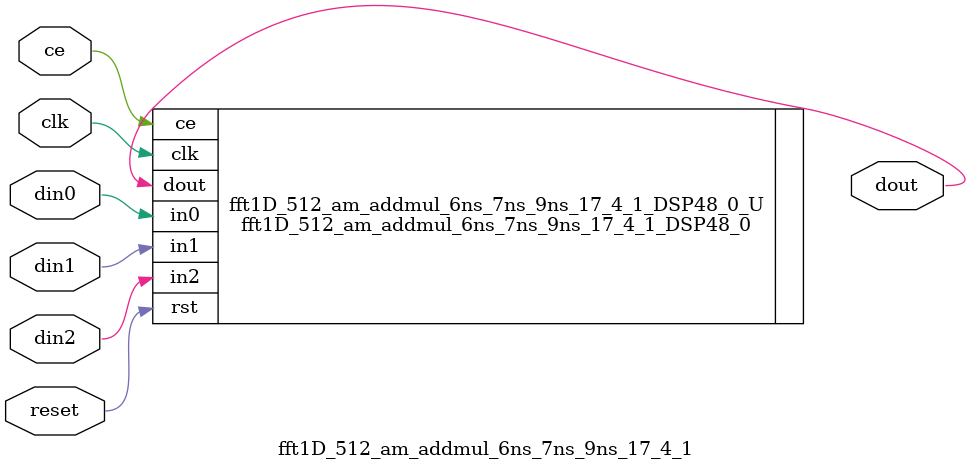
<source format=v>

module fft1D_512_am_addmul_6ns_7ns_9ns_17_4_1(clk,reset,ce,din0,din1,din2,dout);  
parameter ID = 32'd1;
parameter NUM_STAGE = 32'd1;
parameter din0_WIDTH = 32'd1;
parameter din1_WIDTH = 32'd1;
parameter din2_WIDTH = 32'd1;
parameter dout_WIDTH = 32'd1;
input clk;
input reset;
input ce;
input[din0_WIDTH - 1:0] din0;
input[din1_WIDTH - 1:0] din1;
input[din2_WIDTH - 1:0] din2;
output[dout_WIDTH - 1:0] dout;
fft1D_512_am_addmul_6ns_7ns_9ns_17_4_1_DSP48_0 fft1D_512_am_addmul_6ns_7ns_9ns_17_4_1_DSP48_0_U(.clk( clk ),.rst( reset ),.ce( ce ),.in0( din0 ),.in1( din1 ),.in2( din2 ),.dout( dout ));
endmodule

</source>
